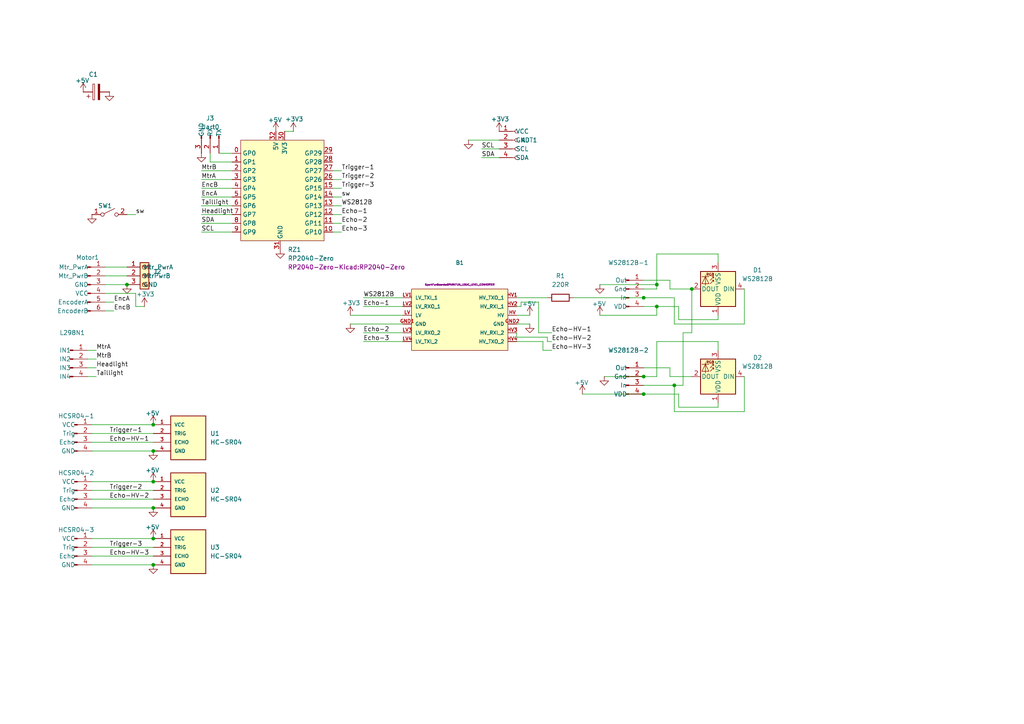
<source format=kicad_sch>
(kicad_sch (version 20231120) (generator "eeschema") (generator_version "8.0")
  (paper "A4")
  (lib_symbols
    (symbol "Conn_01x04_Pin_1" (pin_names (offset 1.016))
      (property "Reference" "WS2812B-1" (at 0.635 7.62 0))
      (symbol "Conn_01x04_Pin_1_1_1"
        (polyline (pts (xy 1.27 -5.08) (xy 0.8636 -5.08)) (stroke (width 0.1524)))
        (polyline (pts (xy 1.27 -2.54) (xy 0.8636 -2.54)) (stroke (width 0.1524)))
        (polyline (pts (xy 1.27 0) (xy 0.8636 0)) (stroke (width 0.1524)))
        (polyline (pts (xy 1.27 2.54) (xy 0.8636 2.54)) (stroke (width 0.1524)))
        (rectangle (start 0.8636 -4.953) (end 0 -5.207) (stroke (width 0.1524)) (fill (type outline)))
        (rectangle (start 0.8636 -2.413) (end 0 -2.667) (stroke (width 0.1524)) (fill (type outline)))
        (rectangle (start 0.8636 0.127) (end 0 -0.127) (stroke (width 0.1524)) (fill (type outline)))
        (rectangle (start 0.8636 2.667) (end 0 2.413) (stroke (width 0.1524)) (fill (type outline)))
        (pin passive line (at 5.08 2.54 180) (length 3.81) (name "Out") (number "1"))
        (pin passive line (at 5.08 0 180) (length 3.81) (name "Gnd") (number "2"))
        (pin passive line (at 5.08 -2.54 180) (length 3.81) (name "In") (number "3"))
        (pin passive line (at 5.08 -5.08 180) (length 3.81) (name "VDD") (number "4"))
      )
    )
    (symbol "Conn_01x04_Pin_2" (pin_names (offset 1.016))
      (property "Reference" "L298N" (at 0.635 7.62 0))
      (symbol "Conn_01x04_Pin_2_1_1"
        (polyline (pts (xy 1.27 -5.08) (xy 0.8636 -5.08)) (stroke (width 0.1524)))
        (polyline (pts (xy 1.27 -2.54) (xy 0.8636 -2.54)) (stroke (width 0.1524)))
        (polyline (pts (xy 1.27 0) (xy 0.8636 0)) (stroke (width 0.1524)))
        (polyline (pts (xy 1.27 2.54) (xy 0.8636 2.54)) (stroke (width 0.1524)))
        (rectangle (start 0.8636 -4.953) (end 0 -5.207) (stroke (width 0.1524)) (fill (type outline)))
        (rectangle (start 0.8636 -2.413) (end 0 -2.667) (stroke (width 0.1524)) (fill (type outline)))
        (rectangle (start 0.8636 0.127) (end 0 -0.127) (stroke (width 0.1524)) (fill (type outline)))
        (rectangle (start 0.8636 2.667) (end 0 2.413) (stroke (width 0.1524)) (fill (type outline)))
        (pin passive line (at 5.08 2.54 180) (length 3.81) (name "IN1") (number "1"))
        (pin passive line (at 5.08 0 180) (length 3.81) (name "IN2") (number "2"))
        (pin passive line (at 5.08 -2.54 180) (length 3.81) (name "IN3") (number "3"))
        (pin passive line (at 5.08 -5.08 180) (length 3.81) (name "IN4") (number "4"))
      )
    )
    (symbol "Conn_01x04_Pin_3" (pin_names (offset 1.016))
      (property "Reference" "HCSR04-1" (at 0.635 7.62 0))
      (symbol "Conn_01x04_Pin_3_1_1"
        (polyline (pts (xy 1.27 -5.08) (xy 0.8636 -5.08)) (stroke (width 0.1524)))
        (polyline (pts (xy 1.27 -2.54) (xy 0.8636 -2.54)) (stroke (width 0.1524)))
        (polyline (pts (xy 1.27 0) (xy 0.8636 0)) (stroke (width 0.1524)))
        (polyline (pts (xy 1.27 2.54) (xy 0.8636 2.54)) (stroke (width 0.1524)))
        (rectangle (start 0.8636 -4.953) (end 0 -5.207) (stroke (width 0.1524)) (fill (type outline)))
        (rectangle (start 0.8636 -2.413) (end 0 -2.667) (stroke (width 0.1524)) (fill (type outline)))
        (rectangle (start 0.8636 0.127) (end 0 -0.127) (stroke (width 0.1524)) (fill (type outline)))
        (rectangle (start 0.8636 2.667) (end 0 2.413) (stroke (width 0.1524)) (fill (type outline)))
        (pin passive line (at 5.08 2.54 180) (length 3.81) (name "VCC") (number "1"))
        (pin passive line (at 5.08 0 180) (length 3.81) (name "Trig") (number "2"))
        (pin passive line (at 5.08 -2.54 180) (length 3.81) (name "Echo") (number "3"))
        (pin passive line (at 5.08 -5.08 180) (length 3.81) (name "GND") (number "4"))
      )
    )
    (symbol "Connector:Conn_01x03_Pin" (pin_names (offset 1.016))
      (property "Reference" "J2" (at 0.635 7.62 0))
      (property "Value" "Uart0" (at 0.635 5.08 0))
      (symbol "Conn_01x03_Pin_1_1"
        (polyline (pts (xy 1.27 -2.54) (xy 0.8636 -2.54)) (stroke (width 0.1524)))
        (polyline (pts (xy 1.27 0) (xy 0.8636 0)) (stroke (width 0.1524)))
        (polyline (pts (xy 1.27 2.54) (xy 0.8636 2.54)) (stroke (width 0.1524)))
        (rectangle (start 0.8636 -2.413) (end 0 -2.667) (stroke (width 0.1524)) (fill (type outline)))
        (rectangle (start 0.8636 0.127) (end 0 -0.127) (stroke (width 0.1524)) (fill (type outline)))
        (rectangle (start 0.8636 2.667) (end 0 2.413) (stroke (width 0.1524)) (fill (type outline)))
        (pin output line (at 5.08 2.54 180) (length 3.81) (name "TX") (number "1"))
        (pin input line (at 5.08 0 180) (length 3.81) (name "RX") (number "2"))
        (pin power_in line (at 5.08 -2.54 180) (length 3.81) (name "GND") (number "3"))
      )
    )
    (symbol "Connector:Conn_01x04_Socket" (pin_names (offset 1.016))
      (property "Reference" "ADT10" (at 1.27 0.0001 0))
      (symbol "Conn_01x04_Socket_1_1"
        (arc (start 0 -4.572) (mid -0.5058 -5.08) (end 0 -5.588) (stroke (width 0.1524)))
        (arc (start 0 -2.032) (mid -0.5058 -2.54) (end 0 -3.048) (stroke (width 0.1524)))
        (polyline (pts (xy -1.27 -5.08) (xy -0.508 -5.08)) (stroke (width 0.1524)))
        (polyline (pts (xy -1.27 -2.54) (xy -0.508 -2.54)) (stroke (width 0.1524)))
        (polyline (pts (xy -1.27 0) (xy -0.508 0)) (stroke (width 0.1524)))
        (polyline (pts (xy -1.27 2.54) (xy -0.508 2.54)) (stroke (width 0.1524)))
        (arc (start 0 0.508) (mid -0.5058 0) (end 0 -0.508) (stroke (width 0.1524)))
        (arc (start 0 3.048) (mid -0.5058 2.54) (end 0 2.032) (stroke (width 0.1524)))
        (pin passive line (at -5.08 2.54 0) (length 3.81) (name "VCC") (number "1"))
        (pin passive line (at -5.08 0 0) (length 3.81) (name "GND") (number "2"))
        (pin passive line (at -5.08 -2.54 0) (length 3.81) (name "SCL") (number "3"))
        (pin passive line (at -5.08 -5.08 0) (length 3.81) (name "SDA") (number "4"))
      )
    )
    (symbol "Connector:Conn_01x06_Pin" (pin_names (offset 1.016))
      (property "Reference" "J1" (at 0.635 10.16 0))
      (property "Value" "Conn_01x06_Pin" (at 0.635 7.62 0))
      (symbol "Conn_01x06_Pin_1_1"
        (polyline (pts (xy 1.27 -7.62) (xy 0.8636 -7.62)) (stroke (width 0.1524)))
        (polyline (pts (xy 1.27 -5.08) (xy 0.8636 -5.08)) (stroke (width 0.1524)))
        (polyline (pts (xy 1.27 -2.54) (xy 0.8636 -2.54)) (stroke (width 0.1524)))
        (polyline (pts (xy 1.27 0) (xy 0.8636 0)) (stroke (width 0.1524)))
        (polyline (pts (xy 1.27 2.54) (xy 0.8636 2.54)) (stroke (width 0.1524)))
        (polyline (pts (xy 1.27 5.08) (xy 0.8636 5.08)) (stroke (width 0.1524)))
        (rectangle (start 0.8636 -7.493) (end 0 -7.747) (stroke (width 0.1524)) (fill (type outline)))
        (rectangle (start 0.8636 -4.953) (end 0 -5.207) (stroke (width 0.1524)) (fill (type outline)))
        (rectangle (start 0.8636 -2.413) (end 0 -2.667) (stroke (width 0.1524)) (fill (type outline)))
        (rectangle (start 0.8636 0.127) (end 0 -0.127) (stroke (width 0.1524)) (fill (type outline)))
        (rectangle (start 0.8636 2.667) (end 0 2.413) (stroke (width 0.1524)) (fill (type outline)))
        (rectangle (start 0.8636 5.207) (end 0 4.953) (stroke (width 0.1524)) (fill (type outline)))
        (pin passive line (at 5.08 5.08 180) (length 3.81) (name "Mtr_PwrA") (number "1"))
        (pin passive line (at 5.08 2.54 180) (length 3.81) (name "Mtr_PwrB") (number "2"))
        (pin passive line (at 5.08 0 180) (length 3.81) (name "GND") (number "3"))
        (pin passive line (at 5.08 -2.54 180) (length 3.81) (name "VCC") (number "4"))
        (pin passive line (at 5.08 -5.08 180) (length 3.81) (name "EncoderA") (number "5"))
        (pin passive line (at 5.08 -7.62 180) (length 3.81) (name "EncoderB") (number "6"))
      )
    )
    (symbol "Connector:Screw_Terminal_01x03" (pin_names (offset 1.016))
      (property "Reference" "J3" (at 2.54 1.2701 0))
      (symbol "Screw_Terminal_01x03_1_1"
        (rectangle (start -1.27 3.81) (end 1.27 -3.81) (stroke (width 0.254)) (fill (type background)))
        (circle (center 0 -2.54) (radius 0.635) (stroke (width 0.1524)))
        (polyline (pts (xy -0.5334 -2.2098) (xy 0.3302 -3.048)) (stroke (width 0.1524)))
        (polyline (pts (xy -0.5334 0.3302) (xy 0.3302 -0.508)) (stroke (width 0.1524)))
        (polyline (pts (xy -0.5334 2.8702) (xy 0.3302 2.032)) (stroke (width 0.1524)))
        (polyline (pts (xy -0.3556 -2.032) (xy 0.508 -2.8702)) (stroke (width 0.1524)))
        (polyline (pts (xy -0.3556 0.508) (xy 0.508 -0.3302)) (stroke (width 0.1524)))
        (polyline (pts (xy -0.3556 3.048) (xy 0.508 2.2098)) (stroke (width 0.1524)))
        (circle (center 0 0) (radius 0.635) (stroke (width 0.1524)))
        (circle (center 0 2.54) (radius 0.635) (stroke (width 0.1524)))
        (pin passive line (at -5.08 2.54 0) (length 3.81) (name "Mtr_PwrA") (number "1"))
        (pin passive line (at -5.08 0 0) (length 3.81) (name "MtrPwrB") (number "2"))
        (pin passive line (at -5.08 -2.54 0) (length 3.81) (name "GND") (number "3"))
      )
    )
    (symbol "Device:C_Polarized" (pin_numbers hide) (pin_names (offset 0.254))
      (property "Reference" "C" (at 0.635 2.54 0))
      (property "Value" "C_Polarized" (at 0.635 -2.54 0))
      (symbol "C_Polarized_0_1"
        (rectangle (start -2.286 0.508) (end 2.286 1.016))
        (polyline (pts (xy -1.778 2.286) (xy -0.762 2.286)))
        (polyline (pts (xy -1.27 2.794) (xy -1.27 1.778)))
        (rectangle (start 2.286 -0.508) (end -2.286 -1.016) (fill (type outline)))
      )
      (symbol "C_Polarized_1_1"
        (pin passive line (at 0 3.81 270) (length 2.794) (name "~") (number "1"))
        (pin passive line (at 0 -3.81 90) (length 2.794) (name "~") (number "2"))
      )
    )
    (symbol "Device:R" (pin_numbers hide) (pin_names (offset 0))
      (property "Reference" "R" (at 2.032 0 90))
      (property "Value" "R" (at 0 0 90))
      (symbol "R_0_1"
        (rectangle (start -1.016 -2.54) (end 1.016 2.54) (stroke (width 0.254)))
      )
      (symbol "R_1_1"
        (pin passive line (at 0 3.81 270) (length 1.27) (name "~") (number "1"))
        (pin passive line (at 0 -3.81 90) (length 1.27) (name "~") (number "2"))
      )
    )
    (symbol "HC-SR04:HC-SR04" (pin_names (offset 1.016))
      (property "Reference" "U" (at 0 5.0813 0))
      (property "Value" "HC-SR04" (at 0 -10.163 0))
      (symbol "HC-SR04_0_0"
        (rectangle (start 0 -7.62) (end 10.16 5.08) (stroke (width 0.254)) (fill (type background)))
        (pin power_in line (at -5.08 2.54 0) (length 5.08) (name "VCC") (number "1"))
        (pin bidirectional line (at -5.08 0 0) (length 5.08) (name "TRIG") (number "2"))
        (pin bidirectional line (at -5.08 -2.54 0) (length 5.08) (name "ECHO") (number "3"))
        (pin power_in line (at -5.08 -5.08 0) (length 5.08) (name "GND") (number "4"))
      )
    )
    (symbol "LED:WS2812B" (pin_names (offset 0.254))
      (property "Reference" "D" (at 5.08 5.715 0))
      (property "Value" "WS2812B" (at 1.27 -5.715 0))
      (symbol "WS2812B_0_0"
        (text "RGB" (at 2.286 -4.191 0) (effects (font (size 0.762 0.762))))
      )
      (symbol "WS2812B_0_1"
        (polyline (pts (xy 1.27 -3.556) (xy 1.778 -3.556)))
        (polyline (pts (xy 1.27 -2.54) (xy 1.778 -2.54)))
        (polyline (pts (xy 4.699 -3.556) (xy 2.667 -3.556)))
        (polyline (pts (xy 2.286 -2.54) (xy 1.27 -3.556) (xy 1.27 -3.048)))
        (polyline (pts (xy 2.286 -1.524) (xy 1.27 -2.54) (xy 1.27 -2.032)))
        (polyline (pts (xy 3.683 -1.016) (xy 3.683 -3.556) (xy 3.683 -4.064)))
        (polyline (pts (xy 4.699 -1.524) (xy 2.667 -1.524) (xy 3.683 -3.556) (xy 4.699 -1.524)))
        (rectangle (start 5.08 5.08) (end -5.08 -5.08) (stroke (width 0.254)) (fill (type background)))
      )
      (symbol "WS2812B_1_1"
        (pin power_in line (at 0 7.62 270) (length 2.54) (name "VDD") (number "1"))
        (pin output line (at 7.62 0 180) (length 2.54) (name "DOUT") (number "2"))
        (pin power_in line (at 0 -7.62 90) (length 2.54) (name "VSS") (number "3"))
        (pin input line (at -7.62 0 0) (length 2.54) (name "DIN") (number "4"))
      )
    )
    (symbol "SparkFun-Boards:SPARKFUN_LOGIC_LEVEL_CONVERTER" (pin_names (offset 1.016))
      (property "Reference" "B" (at -13.97 11.43 0))
      (property "Value" "SPARKFUN_LOGIC_LEVEL_CONVERTER" (at -13.97 -10.16 0))
      (property "Field5" "XXX-00000" (at 0 12.7 0))
      (symbol "SPARKFUN_LOGIC_LEVEL_CONVERTER_1_1"
        (polyline (pts (xy -13.97 -7.62) (xy -13.97 10.16) (xy 13.97 10.16) (xy 13.97 -7.62) (xy -13.97 -7.62)) (fill (type background)))
        (pin power_in line (at -16.51 0 0) (length 2.54) (name "GND") (number "GND1"))
        (pin power_in line (at 16.51 0 180) (length 2.54) (name "GND") (number "GND2"))
        (pin power_in line (at 16.51 2.54 180) (length 2.54) (name "HV") (number "HV"))
        (pin bidirectional line (at 16.51 7.62 180) (length 2.54) (name "HV_TXO_1") (number "HV1"))
        (pin bidirectional line (at 16.51 5.08 180) (length 2.54) (name "HV_RXI_1") (number "HV2"))
        (pin bidirectional line (at 16.51 -2.54 180) (length 2.54) (name "HV_RXI_2") (number "HV3"))
        (pin bidirectional line (at 16.51 -5.08 180) (length 2.54) (name "HV_TXO_2") (number "HV4"))
        (pin power_in line (at -16.51 2.54 0) (length 2.54) (name "LV") (number "LV"))
        (pin bidirectional line (at -16.51 7.62 0) (length 2.54) (name "LV_TXI_1") (number "LV1"))
        (pin bidirectional line (at -16.51 5.08 0) (length 2.54) (name "LV_RXO_1") (number "LV2"))
        (pin bidirectional line (at -16.51 -2.54 0) (length 2.54) (name "LV_RXO_2") (number "LV3"))
        (pin bidirectional line (at -16.51 -5.08 0) (length 2.54) (name "LV_TXI_2") (number "LV4"))
      )
    )
    (symbol "Switch:SW_SPST" (pin_names (offset 0) hide)
      (property "Reference" "SW" (at 0 3.175 0))
      (property "Value" "SW_SPST" (at 0 -2.54 0))
      (symbol "SW_SPST_0_0"
        (circle (center -2.032 0) (radius 0.508))
        (polyline (pts (xy -1.524 0.254) (xy 1.524 1.778)))
        (circle (center 2.032 0) (radius 0.508))
      )
      (symbol "SW_SPST_1_1"
        (pin passive line (at -5.08 0 0) (length 2.54) (name "A") (number "1"))
        (pin passive line (at 5.08 0 180) (length 2.54) (name "B") (number "2"))
      )
    )
    (symbol "power:+3V3" (power) (pin_numbers hide) (pin_names (offset 0) hide)
      (property "Value" "+3V3" (at 0 3.556 0))
      (symbol "+3V3_0_1"
        (polyline (pts (xy -0.762 1.27) (xy 0 2.54)))
        (polyline (pts (xy 0 0) (xy 0 2.54)))
        (polyline (pts (xy 0 2.54) (xy 0.762 1.27)))
      )
      (symbol "+3V3_1_1"
        (pin power_in line (at 0 0 90) (length 0) (name "~") (number "1"))
      )
    )
    (symbol "power:+5V" (power) (pin_numbers hide) (pin_names (offset 0) hide)
      (property "Value" "+5V" (at 0 3.556 0))
      (symbol "+5V_0_1"
        (polyline (pts (xy -0.762 1.27) (xy 0 2.54)))
        (polyline (pts (xy 0 0) (xy 0 2.54)))
        (polyline (pts (xy 0 2.54) (xy 0.762 1.27)))
      )
      (symbol "+5V_1_1"
        (pin power_in line (at 0 0 90) (length 0) (name "~") (number "1"))
      )
    )
    (symbol "power:GND" (power) (pin_numbers hide) (pin_names (offset 0) hide)
      (property "Value" "GND" (at 0 -3.81 0))
      (symbol "GND_0_1"
        (polyline (pts (xy 0 0) (xy 0 -1.27) (xy 1.27 -1.27) (xy 0 -2.54) (xy -1.27 -1.27) (xy 0 -1.27)))
      )
      (symbol "GND_1_1"
        (pin power_in line (at 0 0 270) (length 0) (name "~") (number "1"))
      )
    )
    (symbol "rp2040-zero:RP2040-Zero"
      (property "Reference" "RZ" (at 0 0 0))
      (property "Value" "RP2040-Zero" (at 0 -2.54 0))
      (property "Footprint" "RP2040-Zero:RP2040-Zero" (at 0 2.54 0))
      (symbol "RP2040-Zero_0_1"
        (rectangle (start -11.43 -15.24) (end 12.7 13.97) (fill (type background)))
      )
      (symbol "RP2040-Zero_1_1"
        (pin bidirectional line (at -13.97 10.16 0) (length 2.54) (name "GP0") (number "0"))
        (pin bidirectional line (at -13.97 7.62 0) (length 2.54) (name "GP1") (number "1"))
        (pin bidirectional line (at 15.24 -12.7 180) (length 2.54) (name "GP10") (number "10"))
        (pin bidirectional line (at 15.24 -10.16 180) (length 2.54) (name "GP11") (number "11"))
        (pin bidirectional line (at 15.24 -7.62 180) (length 2.54) (name "GP12") (number "12"))
        (pin bidirectional line (at 15.24 -5.08 180) (length 2.54) (name "GP13") (number "13"))
        (pin bidirectional line (at 15.24 -2.54 180) (length 2.54) (name "GP14") (number "14"))
        (pin bidirectional line (at 15.24 0 180) (length 2.54) (name "GP15") (number "15"))
        (pin bidirectional line (at -13.97 5.08 0) (length 2.54) (name "GP2") (number "2"))
        (pin bidirectional line (at 15.24 2.54 180) (length 2.54) (name "GP26") (number "26"))
        (pin bidirectional line (at 15.24 5.08 180) (length 2.54) (name "GP27") (number "27"))
        (pin bidirectional line (at 15.24 7.62 180) (length 2.54) (name "GP28") (number "28"))
        (pin bidirectional line (at 15.24 10.16 180) (length 2.54) (name "GP29") (number "29"))
        (pin bidirectional line (at -13.97 2.54 0) (length 2.54) (name "GP3") (number "3"))
        (pin power_in line (at 1.27 16.51 270) (length 2.54) (name "3V3") (number "30"))
        (pin passive line (at 0 -17.78 90) (length 2.54) (name "GND") (number "31"))
        (pin power_in line (at -1.27 16.51 270) (length 2.54) (name "5V") (number "32"))
        (pin bidirectional line (at -13.97 0 0) (length 2.54) (name "GP4") (number "4"))
        (pin bidirectional line (at -13.97 -2.54 0) (length 2.54) (name "GP5") (number "5"))
        (pin bidirectional line (at -13.97 -5.08 0) (length 2.54) (name "GP6") (number "6"))
        (pin bidirectional line (at -13.97 -7.62 0) (length 2.54) (name "GP7") (number "7"))
        (pin bidirectional line (at -13.97 -10.16 0) (length 2.54) (name "GP8") (number "8"))
        (pin bidirectional line (at -13.97 -12.7 0) (length 2.54) (name "GP9") (number "9"))
      )
    )
  )
  (junction (at 186.69 114.3))
  (junction (at 44.45 163.83))
  (junction (at 200.66 83.82))
  (junction (at 195.58 111.76))
  (junction (at 44.45 130.81))
  (junction (at 44.45 156.21))
  (junction (at 186.69 109.22))
  (junction (at 36.83 82.55))
  (junction (at 190.5 88.9))
  (junction (at 44.45 123.19))
  (junction (at 190.5 82.55))
  (junction (at 186.69 86.36))
  (junction (at 44.45 147.32))
  (junction (at 44.45 139.7))
  (wire (pts (xy 26.67 147.32) (xy 44.45 147.32)))
  (wire (pts (xy 200.66 96.52) (xy 198.12 96.52)))
  (wire (pts (xy 58.42 59.69) (xy 67.31 59.69)))
  (wire (pts (xy 158.75 99.06) (xy 160.02 99.06)))
  (wire (pts (xy 168.91 114.3) (xy 186.69 114.3)))
  (wire (pts (xy 96.52 49.53) (xy 99.06 49.53)))
  (wire (pts (xy 96.52 62.23) (xy 99.06 62.23)))
  (wire (pts (xy 135.89 40.64) (xy 144.78 40.64)))
  (wire (pts (xy 190.5 91.44) (xy 190.5 88.9)))
  (wire (pts (xy 101.6 93.98) (xy 116.84 93.98)))
  (wire (pts (xy 30.48 90.17) (xy 33.02 90.17)))
  (wire (pts (xy 158.75 99.06) (xy 158.75 97.79)))
  (wire (pts (xy 63.5 44.45) (xy 67.31 44.45)))
  (wire (pts (xy 190.5 82.55) (xy 190.5 83.82)))
  (wire (pts (xy 26.67 156.21) (xy 44.45 156.21)))
  (wire (pts (xy 198.12 111.76) (xy 195.58 111.76)))
  (wire (pts (xy 30.48 87.63) (xy 33.02 87.63)))
  (wire (pts (xy 26.67 125.73) (xy 44.45 125.73)))
  (wire (pts (xy 173.99 91.44) (xy 190.5 91.44)))
  (wire (pts (xy 173.99 82.55) (xy 190.5 82.55)))
  (wire (pts (xy 190.5 99.06) (xy 208.28 99.06)))
  (wire (pts (xy 186.69 106.68) (xy 194.31 106.68)))
  (wire (pts (xy 151.13 88.9) (xy 151.13 87.63)))
  (wire (pts (xy 194.31 109.22) (xy 200.66 109.22)))
  (wire (pts (xy 186.69 86.36) (xy 195.58 86.36)))
  (wire (pts (xy 25.4 106.68) (xy 27.94 106.68)))
  (wire (pts (xy 196.85 92.71) (xy 208.28 92.71)))
  (wire (pts (xy 101.6 91.44) (xy 116.84 91.44)))
  (wire (pts (xy 196.85 88.9) (xy 196.85 92.71)))
  (wire (pts (xy 26.67 130.81) (xy 44.45 130.81)))
  (wire (pts (xy 215.9 119.38) (xy 195.58 119.38)))
  (wire (pts (xy 96.52 59.69) (xy 99.06 59.69)))
  (wire (pts (xy 26.67 158.75) (xy 44.45 158.75)))
  (wire (pts (xy 139.7 45.72) (xy 144.78 45.72)))
  (wire (pts (xy 96.52 54.61) (xy 99.06 54.61)))
  (wire (pts (xy 58.42 52.07) (xy 67.31 52.07)))
  (wire (pts (xy 105.41 99.06) (xy 116.84 99.06)))
  (wire (pts (xy 25.4 104.14) (xy 27.94 104.14)))
  (wire (pts (xy 25.4 101.6) (xy 27.94 101.6)))
  (wire (pts (xy 105.41 88.9) (xy 116.84 88.9)))
  (wire (pts (xy 60.96 44.45) (xy 60.96 46.99)))
  (wire (pts (xy 26.67 142.24) (xy 44.45 142.24)))
  (wire (pts (xy 195.58 93.98) (xy 195.58 86.36)))
  (wire (pts (xy 157.48 99.06) (xy 149.86 99.06)))
  (wire (pts (xy 139.7 43.18) (xy 144.78 43.18)))
  (wire (pts (xy 151.13 87.63) (xy 156.21 87.63)))
  (wire (pts (xy 208.28 118.11) (xy 208.28 116.84)))
  (wire (pts (xy 96.52 64.77) (xy 99.06 64.77)))
  (wire (pts (xy 39.37 88.9) (xy 39.37 85.09)))
  (wire (pts (xy 30.48 80.01) (xy 36.83 80.01)))
  (wire (pts (xy 36.83 82.55) (xy 30.48 82.55)))
  (wire (pts (xy 149.86 91.44) (xy 153.67 91.44)))
  (wire (pts (xy 166.37 86.36) (xy 186.69 86.36)))
  (wire (pts (xy 149.86 93.98) (xy 153.67 93.98)))
  (wire (pts (xy 26.67 163.83) (xy 44.45 163.83)))
  (wire (pts (xy 190.5 109.22) (xy 190.5 99.06)))
  (wire (pts (xy 149.86 88.9) (xy 151.13 88.9)))
  (wire (pts (xy 157.48 101.6) (xy 160.02 101.6)))
  (wire (pts (xy 26.67 161.29) (xy 44.45 161.29)))
  (wire (pts (xy 156.21 96.52) (xy 160.02 96.52)))
  (wire (pts (xy 149.86 97.79) (xy 149.86 96.52)))
  (wire (pts (xy 26.67 128.27) (xy 44.45 128.27)))
  (wire (pts (xy 30.48 77.47) (xy 36.83 77.47)))
  (wire (pts (xy 175.26 109.22) (xy 186.69 109.22)))
  (wire (pts (xy 215.9 109.22) (xy 215.9 119.38)))
  (wire (pts (xy 82.55 38.1) (xy 85.09 38.1)))
  (wire (pts (xy 157.48 101.6) (xy 157.48 99.06)))
  (wire (pts (xy 36.83 62.23) (xy 39.37 62.23)))
  (wire (pts (xy 39.37 85.09) (xy 30.48 85.09)))
  (wire (pts (xy 26.67 123.19) (xy 44.45 123.19)))
  (wire (pts (xy 196.85 114.3) (xy 196.85 118.11)))
  (wire (pts (xy 194.31 106.68) (xy 194.31 109.22)))
  (wire (pts (xy 200.66 83.82) (xy 200.66 96.52)))
  (wire (pts (xy 196.85 118.11) (xy 208.28 118.11)))
  (wire (pts (xy 194.31 83.82) (xy 200.66 83.82)))
  (wire (pts (xy 186.69 83.82) (xy 190.5 83.82)))
  (wire (pts (xy 158.75 97.79) (xy 149.86 97.79)))
  (wire (pts (xy 195.58 111.76) (xy 186.69 111.76)))
  (wire (pts (xy 44.45 130.81) (xy 45.72 130.81)))
  (wire (pts (xy 194.31 81.28) (xy 194.31 83.82)))
  (wire (pts (xy 195.58 119.38) (xy 195.58 111.76)))
  (wire (pts (xy 96.52 57.15) (xy 99.06 57.15)))
  (wire (pts (xy 149.86 86.36) (xy 158.75 86.36)))
  (wire (pts (xy 41.91 88.9) (xy 39.37 88.9)))
  (wire (pts (xy 208.28 99.06) (xy 208.28 101.6)))
  (wire (pts (xy 60.96 46.99) (xy 67.31 46.99)))
  (wire (pts (xy 25.4 109.22) (xy 27.94 109.22)))
  (wire (pts (xy 186.69 109.22) (xy 190.5 109.22)))
  (wire (pts (xy 105.41 96.52) (xy 116.84 96.52)))
  (wire (pts (xy 105.41 86.36) (xy 116.84 86.36)))
  (wire (pts (xy 186.69 114.3) (xy 196.85 114.3)))
  (wire (pts (xy 186.69 81.28) (xy 194.31 81.28)))
  (wire (pts (xy 215.9 83.82) (xy 215.9 93.98)))
  (wire (pts (xy 58.42 49.53) (xy 67.31 49.53)))
  (wire (pts (xy 58.42 57.15) (xy 67.31 57.15)))
  (wire (pts (xy 190.5 73.66) (xy 208.28 73.66)))
  (wire (pts (xy 190.5 88.9) (xy 196.85 88.9)))
  (wire (pts (xy 96.52 52.07) (xy 99.06 52.07)))
  (wire (pts (xy 58.42 62.23) (xy 67.31 62.23)))
  (wire (pts (xy 58.42 67.31) (xy 67.31 67.31)))
  (wire (pts (xy 58.42 64.77) (xy 67.31 64.77)))
  (wire (pts (xy 215.9 93.98) (xy 195.58 93.98)))
  (wire (pts (xy 208.28 92.71) (xy 208.28 91.44)))
  (wire (pts (xy 198.12 96.52) (xy 198.12 111.76)))
  (wire (pts (xy 96.52 67.31) (xy 99.06 67.31)))
  (wire (pts (xy 186.69 88.9) (xy 190.5 88.9)))
  (wire (pts (xy 190.5 73.66) (xy 190.5 82.55)))
  (wire (pts (xy 208.28 73.66) (xy 208.28 76.2)))
  (wire (pts (xy 156.21 87.63) (xy 156.21 96.52)))
  (wire (pts (xy 58.42 54.61) (xy 67.31 54.61)))
  (wire (pts (xy 26.67 139.7) (xy 44.45 139.7)))
  (wire (pts (xy 26.67 144.78) (xy 44.45 144.78)))
  (label "SCL" (at 58.42 67.31 0))
  (label "Taillight" (at 58.42 59.69 0))
  (label "Trigger-3" (at 99.06 54.61 0))
  (label "WS2812B" (at 105.41 86.36 0))
  (label "Trigger-3" (at 31.75 158.75 0))
  (label "SCL" (at 139.7 43.18 0))
  (label "Echo-1" (at 99.06 62.23 0))
  (label "Trigger-1" (at 99.06 49.53 0))
  (label "sw" (at 99.06 57.15 0))
  (label "Echo-HV-2" (at 31.75 144.78 0))
  (label "Echo-2" (at 99.06 64.77 0))
  (label "Echo-2" (at 105.41 96.52 0))
  (label "SDA" (at 58.42 64.77 0))
  (label "Trigger-2" (at 99.06 52.07 0))
  (label "Echo-1" (at 105.41 88.9 0))
  (label "Echo-HV-3" (at 160.02 101.6 0))
  (label "MtrA" (at 27.94 101.6 0))
  (label "Echo-3" (at 105.41 99.06 0))
  (label "Trigger-1" (at 31.75 125.73 0))
  (label "EncB" (at 58.42 54.61 0))
  (label "MtrB" (at 58.42 49.53 0))
  (label "SDA" (at 139.7 45.72 0))
  (label "Trigger-2" (at 31.75 142.24 0))
  (label "EncA" (at 58.42 57.15 0))
  (label "EncB" (at 33.02 90.17 0))
  (label "EncA" (at 33.02 87.63 0))
  (label "Headlight" (at 58.42 62.23 0))
  (label "WS2812B" (at 99.06 59.69 0))
  (label "MtrA" (at 58.42 52.07 0))
  (label "Echo-HV-1" (at 31.75 128.27 0))
  (label "Echo-HV-2" (at 160.02 99.06 0))
  (label "Echo-HV-1" (at 160.02 96.52 0))
  (label "Headlight" (at 27.94 106.68 0))
  (label "Echo-HV-3" (at 31.75 161.29 0))
  (label "MtrB" (at 27.94 104.14 0))
  (label "Taillight" (at 27.94 109.22 0))
  (label "sw" (at 39.37 62.23 0))
  (label "Echo-3" (at 99.06 67.31 0))
  (symbol (lib_name "Conn_01x04_Pin_3") (lib_id "Connector:Conn_01x04_Pin") (at 21.59 142.24 0) (unit 1)
    (property "Reference" "HCSR04-2" (at 22.098 137.16 0))
    (property "Value" "Conn_01x04_Pin" (effects (hide yes)))
    (property "Footprint" "Connector_PinHeader_2.54mm:PinHeader_1x04_P2.54mm_Vertical" (effects (hide yes)))
    (property "Description" "Generic connector, single row, 01x04, script generated" (effects (hide yes)))
  )
  (symbol (lib_id "power:GND") (at 153.67 93.98 0) (unit 1)
    (property "Reference" "#PWR021" (effects (hide yes)))
    (property "Value" "GND" (effects (hide yes)))
    (property "Description" "Power symbol creates a global label with name \"GND\" , ground" (effects (hide yes)))
  )
  (symbol (lib_id "power:GND") (at 135.89 40.64 0) (unit 1)
    (property "Reference" "#PWR018" (effects (hide yes)))
    (property "Value" "GND" (effects (hide yes)))
    (property "Description" "Power symbol creates a global label with name \"GND\" , ground" (effects (hide yes)))
  )
  (symbol (lib_id "power:+5V") (at 24.13 26.67 0) (unit 1)
    (property "Reference" "#PWR01" (effects (hide yes)))
    (property "Value" "+5V" (at 23.876 23.368 0))
    (property "Description" "Power symbol creates a global label with name \"+5V\"" (effects (hide yes)))
  )
  (symbol (lib_name "Conn_01x04_Pin_2") (lib_id "Connector:Conn_01x04_Pin") (at 20.32 104.14 0) (unit 1)
    (property "Reference" "L298N1" (at 20.955 96.52 0))
    (property "Value" "Conn_01x04_Pin" (effects (hide yes)))
    (property "Footprint" "Connector_PinHeader_2.54mm:PinHeader_1x04_P2.54mm_Vertical" (effects (hide yes)))
    (property "Description" "Generic connector, single row, 01x04, script generated" (effects (hide yes)))
  )
  (symbol (lib_id "power:+5V") (at 44.45 123.19 0) (unit 1)
    (property "Reference" "#PWR05" (effects (hide yes)))
    (property "Value" "+5V" (at 44.196 119.888 0))
    (property "Description" "Power symbol creates a global label with name \"+5V\"" (effects (hide yes)))
  )
  (symbol (lib_id "LED:WS2812B") (at 208.28 83.82 180) (unit 1) (in_bom no) (on_board no)
    (property "Reference" "D1" (at 219.71 78.3238 0))
    (property "Value" "WS2812B" (at 219.71 80.8638 0))
    (property "Footprint" "LED_SMD:LED_WS2812B_PLCC4_5.0x5.0mm_P3.2mm" (effects (hide yes)))
    (property "Datasheet" "https://cdn-shop.adafruit.com/datasheets/WS2812B.pdf" (effects (hide yes)))
    (property "Description" "RGB LED with integrated controller" (effects (hide yes)))
  )
  (symbol (lib_id "rp2040-zero:RP2040-Zero") (at 81.28 54.61 0) (unit 1)
    (property "Reference" "RZ1" (at 83.4741 72.39 0) (effects (justify left)))
    (property "Value" "RP2040-Zero" (at 83.4741 74.93 0) (effects (justify left)))
    (property "Footprint" "RP2040-Zero-Kicad:RP2040-Zero" (at 83.4741 77.47 0) (effects (justify left)))
  )
  (symbol (lib_id "power:+5V") (at 44.45 139.7 0) (unit 1)
    (property "Reference" "#PWR07" (effects (hide yes)))
    (property "Value" "+5V" (at 44.196 136.398 0))
    (property "Description" "Power symbol creates a global label with name \"+5V\"" (effects (hide yes)))
  )
  (symbol (lib_id "HC-SR04:HC-SR04") (at 49.53 142.24 0) (unit 1) (on_board no)
    (property "Reference" "U2" (at 60.96 142.2399 0) (effects (justify left)))
    (property "Value" "HC-SR04" (at 60.96 144.7799 0) (effects (justify left)))
    (property "Footprint" "HC-SR04:XCVR_HC-SR04" (effects (hide yes)))
    (property "MF" "SparkFun Electronics" (effects (hide yes)))
    (property "Description_1" "\n                        \n                            HC-SR04 Ultrasonic Sensor Qwiic Platform Evaluation Expansion Board\n                        \n" (effects (hide yes)))
    (property "Package" "None" (effects (hide yes)))
    (property "Price" "None" (effects (hide yes)))
    (property "Check_prices" "https://www.snapeda.com/parts/HC-SR04/SparkFun/view-part/?ref=eda" (effects (hide yes)))
    (property "SnapEDA_Link" "https://www.snapeda.com/parts/HC-SR04/SparkFun/view-part/?ref=snap" (effects (hide yes)))
    (property "MP" "HC-SR04" (effects (hide yes)))
    (property "Availability" "Not in stock" (effects (hide yes)))
    (property "MANUFACTURER" "Osepp" (effects (hide yes)))
  )
  (symbol (lib_id "power:GND") (at 173.99 82.55 0) (unit 1)
    (property "Reference" "#PWR023" (effects (hide yes)))
    (property "Value" "GND" (effects (hide yes)))
    (property "Description" "Power symbol creates a global label with name \"GND\" , ground" (effects (hide yes)))
  )
  (symbol (lib_id "power:+5V") (at 153.67 91.44 0) (unit 1)
    (property "Reference" "#PWR020" (effects (hide yes)))
    (property "Value" "+5V" (at 153.416 88.138 0))
    (property "Description" "Power symbol creates a global label with name \"+5V\"" (effects (hide yes)))
  )
  (symbol (lib_id "power:GND") (at 31.75 26.67 0) (unit 1)
    (property "Reference" "#PWR02" (effects (hide yes)))
    (property "Value" "GND" (effects (hide yes)))
    (property "Description" "Power symbol creates a global label with name \"GND\" , ground" (effects (hide yes)))
  )
  (symbol (lib_id "LED:WS2812B") (at 208.28 109.22 180) (unit 1) (in_bom no) (on_board no)
    (property "Reference" "D2" (at 219.71 103.7238 0))
    (property "Value" "WS2812B" (at 219.71 106.2638 0))
    (property "Footprint" "LED_SMD:LED_WS2812B_PLCC4_5.0x5.0mm_P3.2mm" (effects (hide yes)))
    (property "Datasheet" "https://cdn-shop.adafruit.com/datasheets/WS2812B.pdf" (effects (hide yes)))
    (property "Description" "RGB LED with integrated controller" (effects (hide yes)))
  )
  (symbol (lib_id "Connector:Conn_01x06_Pin") (at 25.4 82.55 0) (unit 1)
    (property "Reference" "Motor1" (at 25.4 74.676 0))
    (property "Value" "Conn_01x06_Pin" (effects (hide yes)))
    (property "Footprint" "Connector_PinHeader_2.54mm:PinHeader_1x06_P2.54mm_Vertical" (effects (hide yes)))
    (property "Description" "Generic connector, single row, 01x06, script generated" (effects (hide yes)))
  )
  (symbol (lib_id "power:+5V") (at 44.45 156.21 0) (unit 1)
    (property "Reference" "#PWR09" (effects (hide yes)))
    (property "Value" "+5V" (at 44.196 152.908 0))
    (property "Description" "Power symbol creates a global label with name \"+5V\"" (effects (hide yes)))
  )
  (symbol (lib_id "power:GND") (at 44.45 130.81 0) (unit 1)
    (property "Reference" "#PWR06" (effects (hide yes)))
    (property "Value" "GND" (effects (hide yes)))
    (property "Description" "Power symbol creates a global label with name \"GND\" , ground" (effects (hide yes)))
  )
  (symbol (lib_id "power:GND") (at 175.26 109.22 0) (unit 1)
    (property "Reference" "#PWR022" (effects (hide yes)))
    (property "Value" "GND" (effects (hide yes)))
    (property "Description" "Power symbol creates a global label with name \"GND\" , ground" (effects (hide yes)))
  )
  (symbol (lib_id "power:+3V3") (at 41.91 88.9 0) (unit 1)
    (property "Reference" "#PWR04" (effects (hide yes)))
    (property "Value" "+3V3" (at 42.164 85.344 0))
    (property "Description" "Power symbol creates a global label with name \"+3V3\"" (effects (hide yes)))
  )
  (symbol (lib_id "Device:R") (at 162.56 86.36 90) (unit 1)
    (property "Reference" "R1" (at 162.56 80.01 90))
    (property "Value" "220R" (at 162.56 82.55 90))
    (property "Footprint" "Resistor_THT:R_Axial_DIN0207_L6.3mm_D2.5mm_P10.16mm_Horizontal" (effects (hide yes)))
    (property "Description" "Resistor" (effects (hide yes)))
  )
  (symbol (lib_id "power:GND") (at 81.28 72.39 0) (unit 1)
    (property "Reference" "#PWR014" (effects (hide yes)))
    (property "Value" "GND" (effects (hide yes)))
    (property "Description" "Power symbol creates a global label with name \"GND\" , ground" (effects (hide yes)))
  )
  (symbol (lib_id "power:GND") (at 58.42 44.45 0) (unit 1)
    (property "Reference" "#PWR012" (effects (hide yes)))
    (property "Value" "GND" (effects (hide yes)))
    (property "Description" "Power symbol creates a global label with name \"GND\" , ground" (effects (hide yes)))
  )
  (symbol (lib_name "Conn_01x04_Pin_3") (lib_id "Connector:Conn_01x04_Pin") (at 21.59 125.73 0) (unit 1)
    (property "Reference" "HCSR04-1" (at 22.098 120.65 0))
    (property "Value" "Conn_01x04_Pin" (effects (hide yes)))
    (property "Footprint" "Connector_PinHeader_2.54mm:PinHeader_1x04_P2.54mm_Vertical" (effects (hide yes)))
    (property "Description" "Generic connector, single row, 01x04, script generated" (effects (hide yes)))
  )
  (symbol (lib_id "power:GND") (at 44.45 163.83 0) (unit 1)
    (property "Reference" "#PWR010" (effects (hide yes)))
    (property "Value" "GND" (effects (hide yes)))
    (property "Description" "Power symbol creates a global label with name \"GND\" , ground" (effects (hide yes)))
  )
  (symbol (lib_id "power:+3V3") (at 85.09 38.1 0) (unit 1)
    (property "Reference" "#PWR015" (effects (hide yes)))
    (property "Value" "+3V3" (at 85.344 34.544 0))
    (property "Description" "Power symbol creates a global label with name \"+3V3\"" (effects (hide yes)))
  )
  (symbol (lib_id "Switch:SW_SPST") (at 31.75 62.23 0) (unit 1)
    (property "Reference" "SW1" (at 30.48 59.69 0))
    (property "Value" "SW_SPST" (effects (hide yes)))
    (property "Footprint" "Button_Switch_THT:SW_PUSH_6mm_H8.5mm" (effects (hide yes)))
    (property "Description" "Single Pole Single Throw (SPST) switch" (effects (hide yes)))
  )
  (symbol (lib_id "power:GND") (at 26.67 62.23 0) (unit 1)
    (property "Reference" "#PWR011" (effects (hide yes)))
    (property "Value" "GND" (effects (hide yes)))
    (property "Description" "Power symbol creates a global label with name \"GND\" , ground" (effects (hide yes)))
  )
  (symbol (lib_name "Conn_01x04_Pin_1") (lib_id "Connector:Conn_01x04_Pin") (at 181.61 109.22 0) (unit 1)
    (property "Reference" "WS2812B-2" (at 182.245 101.6 0))
    (property "Value" "Conn_01x04_Pin" (effects (hide yes)))
    (property "Footprint" "Connector_PinHeader_2.54mm:PinHeader_1x04_P2.54mm_Vertical" (effects (hide yes)))
    (property "Description" "Generic connector, single row, 01x04, script generated" (effects (hide yes)))
  )
  (symbol (lib_id "SparkFun-Boards:SPARKFUN_LOGIC_LEVEL_CONVERTER") (at 133.35 93.98 0) (unit 1)
    (property "Reference" "B1" (at 133.35 76.2 0) (effects (font (size 1.143 1.143))))
    (property "Value" "SPARKFUN_LOGIC_LEVEL_CONVERTER" (effects (hide yes)))
    (property "Footprint" "SparkFunBoards:SPARKFUN_LOGIC_LEVEL_CONVERTER" (at 133.35 82.55 0) (effects (font (size 0.508 0.508))))
    (property "Description" "SparkFun Logic Level Converter -Bi-Directional  This is the mechnical outline for the 3.3V - 5V bi directional logic level converter.  *Note, the \"LOCK\" Package has the header pins staggered by an offset of 5 mils (off center line), so that when you slide a row of standard 0.1\" headers into the PTH pads, it will hold position vertically. See the follwing turorial for more information on this type of special footprints:<a href=\"https://www.sparkfun.com/tutorials/114\">Sneaky Footprints</a><b>SparkFun Products:</b><ul><li><a href= https://www.sparkfun.com/products/12009 >SparkFun Logic Level Converter - Bi-Directional</a></li></ul>" (effects (hide yes)))
  )
  (symbol (lib_id "power:+5V") (at 173.99 91.44 0) (unit 1)
    (property "Reference" "#PWR025" (effects (hide yes)))
    (property "Value" "+5V" (at 173.736 88.138 0))
    (property "Description" "Power symbol creates a global label with name \"+5V\"" (effects (hide yes)))
  )
  (symbol (lib_id "Connector:Conn_01x04_Socket") (at 149.86 40.64 0) (unit 1)
    (property "Reference" "ADT1" (at 151.13 40.6399 0) (effects (justify left)))
    (property "Value" "Conn_01x04_Socket" (effects (hide yes)))
    (property "Footprint" "Connector_PinSocket_2.54mm:PinSocket_1x04_P2.54mm_Vertical" (effects (hide yes)))
    (property "Description" "Generic connector, single row, 01x04, script generated" (effects (hide yes)))
  )
  (symbol (lib_id "power:GND") (at 101.6 93.98 0) (unit 1)
    (property "Reference" "#PWR017" (effects (hide yes)))
    (property "Value" "GND" (effects (hide yes)))
    (property "Description" "Power symbol creates a global label with name \"GND\" , ground" (effects (hide yes)))
  )
  (symbol (lib_id "power:GND") (at 36.83 82.55 0) (unit 1)
    (property "Reference" "#PWR03" (effects (hide yes)))
    (property "Value" "GND" (effects (hide yes)))
    (property "Description" "Power symbol creates a global label with name \"GND\" , ground" (effects (hide yes)))
  )
  (symbol (lib_id "Connector:Conn_01x03_Pin") (at 60.96 39.37 270) (unit 1)
    (property "Reference" "J3" (at 60.96 34.29 90))
    (property "Value" "Uart0" (at 60.96 36.83 90))
    (property "Footprint" "Connector_PinHeader_2.54mm:PinHeader_1x03_P2.54mm_Vertical" (effects (hide yes)))
    (property "Description" "Generic connector, single row, 01x03, script generated" (effects (hide yes)))
  )
  (symbol (lib_id "Connector:Screw_Terminal_01x03") (at 41.91 80.01 0) (unit 1)
    (property "Reference" "J2" (at 44.45 78.7399 0) (effects (justify left)))
    (property "Value" "Screw_Terminal_01x03" (effects (hide yes)))
    (property "Footprint" "SparkFunConnectors:SCREWTERMINAL-5MM-3" (effects (hide yes)))
    (property "Description" "Generic screw terminal, single row, 01x03, script generated (kicad-library-utils/schlib/autogen/connector/)" (effects (hide yes)))
  )
  (symbol (lib_id "HC-SR04:HC-SR04") (at 49.53 158.75 0) (unit 1) (on_board no)
    (property "Reference" "U3" (at 60.96 158.7499 0) (effects (justify left)))
    (property "Value" "HC-SR04" (at 60.96 161.2899 0) (effects (justify left)))
    (property "Footprint" "HC-SR04:XCVR_HC-SR04" (effects (hide yes)))
    (property "MF" "SparkFun Electronics" (effects (hide yes)))
    (property "Description_1" "\n                        \n                            HC-SR04 Ultrasonic Sensor Qwiic Platform Evaluation Expansion Board\n                        \n" (effects (hide yes)))
    (property "Package" "None" (effects (hide yes)))
    (property "Price" "None" (effects (hide yes)))
    (property "Check_prices" "https://www.snapeda.com/parts/HC-SR04/SparkFun/view-part/?ref=eda" (effects (hide yes)))
    (property "SnapEDA_Link" "https://www.snapeda.com/parts/HC-SR04/SparkFun/view-part/?ref=snap" (effects (hide yes)))
    (property "MP" "HC-SR04" (effects (hide yes)))
    (property "Availability" "Not in stock" (effects (hide yes)))
    (property "MANUFACTURER" "Osepp" (effects (hide yes)))
  )
  (symbol (lib_id "power:+3V3") (at 144.78 38.1 0) (unit 1)
    (property "Reference" "#PWR019" (effects (hide yes)))
    (property "Value" "+3V3" (at 145.034 34.544 0))
    (property "Description" "Power symbol creates a global label with name \"+3V3\"" (effects (hide yes)))
  )
  (symbol (lib_id "power:+5V") (at 168.91 114.3 0) (unit 1)
    (property "Reference" "#PWR024" (effects (hide yes)))
    (property "Value" "+5V" (at 168.656 110.998 0))
    (property "Description" "Power symbol creates a global label with name \"+5V\"" (effects (hide yes)))
  )
  (symbol (lib_name "Conn_01x04_Pin_3") (lib_id "Connector:Conn_01x04_Pin") (at 21.59 158.75 0) (unit 1)
    (property "Reference" "HCSR04-3" (at 22.098 153.67 0))
    (property "Value" "Conn_01x04_Pin" (effects (hide yes)))
    (property "Footprint" "Connector_PinHeader_2.54mm:PinHeader_1x04_P2.54mm_Vertical" (effects (hide yes)))
    (property "Description" "Generic connector, single row, 01x04, script generated" (effects (hide yes)))
  )
  (symbol (lib_id "HC-SR04:HC-SR04") (at 49.53 125.73 0) (unit 1) (on_board no)
    (property "Reference" "U1" (at 60.96 125.7299 0) (effects (justify left)))
    (property "Value" "HC-SR04" (at 60.96 128.2699 0) (effects (justify left)))
    (property "Footprint" "HC-SR04:XCVR_HC-SR04" (effects (hide yes)))
    (property "MF" "SparkFun Electronics" (effects (hide yes)))
    (property "Description_1" "\n                        \n                            HC-SR04 Ultrasonic Sensor Qwiic Platform Evaluation Expansion Board\n                        \n" (effects (hide yes)))
    (property "Package" "None" (effects (hide yes)))
    (property "Price" "None" (effects (hide yes)))
    (property "Check_prices" "https://www.snapeda.com/parts/HC-SR04/SparkFun/view-part/?ref=eda" (effects (hide yes)))
    (property "SnapEDA_Link" "https://www.snapeda.com/parts/HC-SR04/SparkFun/view-part/?ref=snap" (effects (hide yes)))
    (property "MP" "HC-SR04" (effects (hide yes)))
    (property "Availability" "Not in stock" (effects (hide yes)))
    (property "MANUFACTURER" "Osepp" (effects (hide yes)))
  )
  (symbol (lib_id "power:+5V") (at 80.01 38.1 0) (unit 1)
    (property "Reference" "#PWR013" (effects (hide yes)))
    (property "Value" "+5V" (at 79.756 34.798 0))
    (property "Description" "Power symbol creates a global label with name \"+5V\"" (effects (hide yes)))
  )
  (symbol (lib_id "power:GND") (at 44.45 147.32 0) (unit 1)
    (property "Reference" "#PWR08" (effects (hide yes)))
    (property "Value" "GND" (effects (hide yes)))
    (property "Description" "Power symbol creates a global label with name \"GND\" , ground" (effects (hide yes)))
  )
  (symbol (lib_name "Conn_01x04_Pin_1") (lib_id "Connector:Conn_01x04_Pin") (at 181.61 83.82 0) (unit 1)
    (property "Reference" "WS2812B-1" (at 182.245 76.2 0))
    (property "Value" "Conn_01x04_Pin" (effects (hide yes)))
    (property "Footprint" "Connector_PinHeader_2.54mm:PinHeader_1x04_P2.54mm_Vertical" (effects (hide yes)))
    (property "Description" "Generic connector, single row, 01x04, script generated" (effects (hide yes)))
  )
  (symbol (lib_id "Device:C_Polarized") (at 27.94 26.67 90) (unit 1)
    (property "Reference" "C1" (at 27.051 21.59 90))
    (property "Value" "470uF" (effects (hide yes)))
    (property "Footprint" "Capacitor_THT:CP_Radial_D10.0mm_P5.00mm" (effects (hide yes)))
    (property "Description" "Polarized capacitor" (effects (hide yes)))
  )
  (symbol (lib_id "power:+3V3") (at 101.6 91.44 0) (unit 1)
    (property "Reference" "#PWR016" (effects (hide yes)))
    (property "Value" "+3V3" (at 101.854 87.884 0))
    (property "Description" "Power symbol creates a global label with name \"+3V3\"" (effects (hide yes)))
  )
)
</source>
